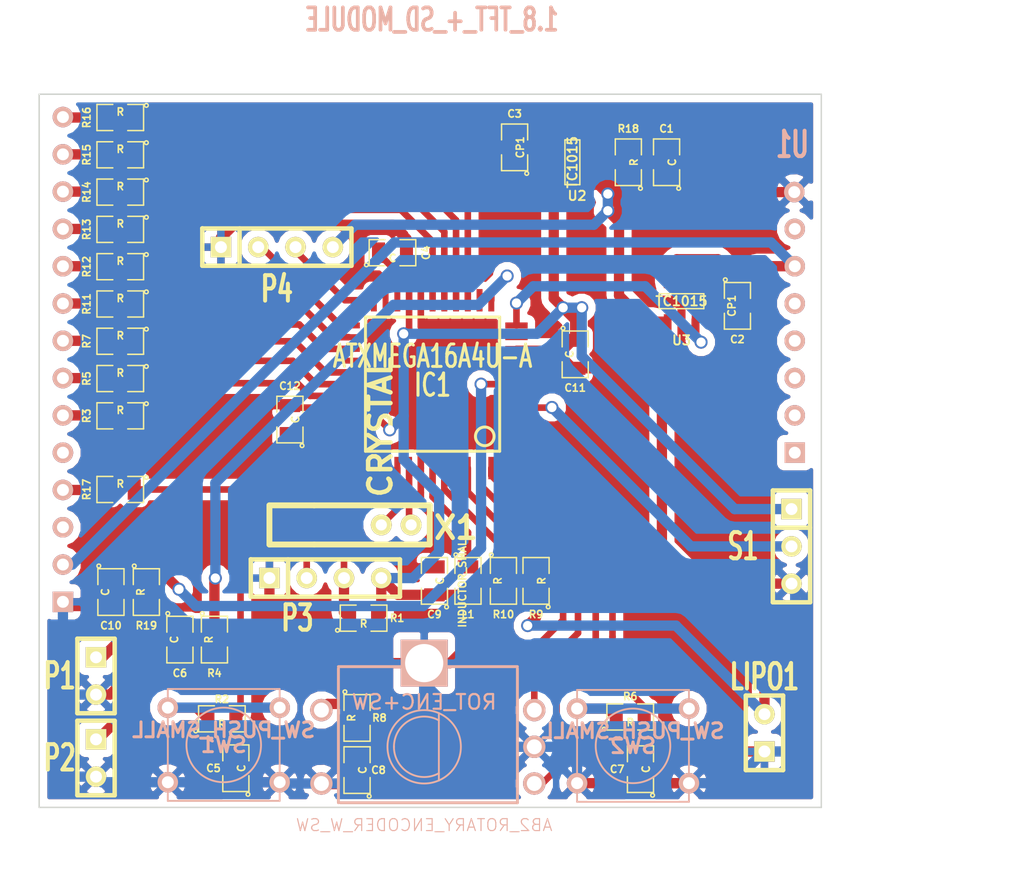
<source format=kicad_pcb>
(kicad_pcb (version 3) (host pcbnew "(2013-07-07 BZR 4022)-stable")
  (layers (15 Gorna signal) (0 Dolna signal))
  (net 0 "")
  (net 1 /ADC_LIPO)
  (net 2 /BACK_LIGHT)
  (net 3 /ENC_A)
  (net 4 /ENC_B)
  (net 5 /LCD_ON)
  (net 6 /LCD_refresh_rate)
  (net 7 /PDI)
  (net 8 /RX)
  (net 9 /SD_CS)
  (net 10 /SD_MISO)
  (net 11 /SD_MOSI)
  (net 12 /SD_SCK)
  (net 13 /SWITCH_C)
  (net 14 /SWITCH_L)
  (net 15 /SWITCH_R)
  (net 16 /TFT_CS)
  (net 17 /TFT_RS)
  (net 18 /TFT_RST)
  (net 19 /TFT_SCK)
  (net 20 /TFT_SDA)
  (net 21 /TX)
  (net 22 /V_LCD)
  (net 23 /kont_kadencja)
  (net 24 /kont_pred)
  (net 25 /reset)
  (net 26 GND)
  (net 27 N-0000010)
  (net 28 N-0000011)
  (net 29 N-0000013)
  (net 30 N-000002)
  (net 31 N-0000024)
  (net 32 N-0000030)
  (net 33 N-0000031)
  (net 34 N-0000032)
  (net 35 N-0000035)
  (net 36 N-0000038)
  (net 37 N-0000039)
  (net 38 N-000004)
  (net 39 N-0000040)
  (net 40 N-0000051)
  (net 41 N-000006)
  (net 42 N-0000061)
  (net 43 N-0000062)
  (net 44 N-000008)
  (net 45 N-000009)
  (net 46 VCC)
  (net 47 VDD)
  (module AB2_ROTARY_ENCODER_W_SWITCH (layer Dolna) (at 158.75 90.3605 270)
    (fp_text reference ROT_ENC1 hide)
    (fp_text value AB2_ROTARY_ENCODER_W_SW)
    (pad 1 thru_hole circle (at -2.5 -7.5 270) (size 1.524 1.524) (drill 1.016) (layers *.Cu *.Mask Opisowa_Dolna) (net 3 /ENC_A))
    (pad 2 thru_hole circle (at 0 -7.5 270) (size 1.524 1.524) (drill 1.016) (layers *.Cu *.Mask Opisowa_Dolna) (net 26 GND))
    (pad 3 thru_hole circle (at 2.5 -7.5 270) (size 1.524 1.524) (drill 1.016) (layers *.Cu *.Mask Opisowa_Dolna) (net 4 /ENC_B))
    (pad 4 thru_hole circle (at 2.5 7 270) (size 1.524 1.524) (drill 1.016) (layers *.Cu *.Mask Opisowa_Dolna) (net 26 GND))
    (pad 6 thru_hole circle (at -2.5 7 270) (size 1.524 1.524) (drill 1.016) (layers *.Cu *.Mask Opisowa_Dolna) (net 31 N-0000024))
    (pad 7 thru_hole rect (at -5.7 0 270) (size 3.2 3.2) (drill 2.6) (layers *.Cu *.Mask Opisowa_Dolna) (net 26 GND))
  )
  (module SIL-18 (layer Dolna) (at 159.258 61.468)
    (fp_text reference U1)
    (fp_text value 1.8_TFT_+_SD_MODULE)
    (pad L7 thru_hole circle (at 24.73325 -6.38175 90) (size 1.397 1.397) (drill 0.8128) (layers *.Cu *.Mask Opisowa_Dolna) (net 28 N-0000011))
    (pad L6 thru_hole circle (at 24.73325 -3.84175 90) (size 1.397 1.397) (drill 0.8128) (layers *.Cu *.Mask Opisowa_Dolna) (net 22 /V_LCD))
    (pad L5 thru_hole circle (at 24.73325 -1.30175 90) (size 1.397 1.397) (drill 0.8128) (layers *.Cu *.Mask Opisowa_Dolna) (net 29 N-0000013))
    (pad L4 thru_hole circle (at 24.73325 1.23825 90) (size 1.397 1.397) (drill 0.8128) (layers *.Cu *.Mask Opisowa_Dolna) (net 33 N-0000031))
    (pad L3 thru_hole circle (at 24.73325 3.77825 90) (size 1.397 1.397) (drill 0.8128) (layers *.Cu *.Mask Opisowa_Dolna) (net 34 N-0000032))
    (pad L2 thru_hole circle (at 24.73325 6.31825 90) (size 1.397 1.397) (drill 0.8128) (layers *.Cu *.Mask Opisowa_Dolna) (net 45 N-000009))
    (pad L1 thru_hole rect (at 24.73325 8.85825 90) (size 1.397 1.397) (drill 0.8128) (layers *.Cu *.Mask Opisowa_Dolna) (net 27 N-0000010))
    (pad 1 thru_hole rect (at -25.11425 19.01825 90) (size 1.397 1.397) (drill 0.8128) (layers *.Cu *.Mask Opisowa_Dolna) (net 26 GND))
    (pad 2 thru_hole circle (at -25.11425 16.47825 90) (size 1.397 1.397) (drill 0.8128) (layers *.Cu *.Mask Opisowa_Dolna) (net 22 /V_LCD))
    (pad 3 thru_hole circle (at -25.11425 13.93825 90) (size 1.397 1.397) (drill 0.8128) (layers *.Cu *.Mask Opisowa_Dolna))
    (pad 4 thru_hole circle (at -25.11425 11.39825 90) (size 1.397 1.397) (drill 0.8128) (layers *.Cu *.Mask Opisowa_Dolna) (net 28 N-0000011))
    (pad 5 thru_hole circle (at -25.11425 8.85825 90) (size 1.397 1.397) (drill 0.8128) (layers *.Cu *.Mask Opisowa_Dolna))
    (pad 6 thru_hole circle (at -25.11425 6.31825 90) (size 1.397 1.397) (drill 0.8128) (layers *.Cu *.Mask Opisowa_Dolna) (net 27 N-0000010))
    (pad 7 thru_hole circle (at -25.11425 3.77825 90) (size 1.397 1.397) (drill 0.8128) (layers *.Cu *.Mask Opisowa_Dolna) (net 34 N-0000032))
    (pad 8 thru_hole circle (at -25.11425 1.23825 90) (size 1.397 1.397) (drill 0.8128) (layers *.Cu *.Mask Opisowa_Dolna) (net 33 N-0000031))
    (pad 9 thru_hole circle (at -25.11425 -1.30175 90) (size 1.397 1.397) (drill 0.8128) (layers *.Cu *.Mask Opisowa_Dolna) (net 29 N-0000013))
    (pad 10 thru_hole circle (at -25.11425 -3.84175 90) (size 1.397 1.397) (drill 0.8128) (layers *.Cu *.Mask Opisowa_Dolna) (net 45 N-000009))
    (pad 11 thru_hole circle (at -25.11425 -6.38175 90) (size 1.397 1.397) (drill 0.8128) (layers *.Cu *.Mask Opisowa_Dolna) (net 30 N-000002))
    (pad 12 thru_hole circle (at -25.11425 -8.92175 90) (size 1.397 1.397) (drill 0.8128) (layers *.Cu *.Mask Opisowa_Dolna) (net 38 N-000004))
    (pad 13 thru_hole circle (at -25.11425 -11.46175 90) (size 1.397 1.397) (drill 0.8128) (layers *.Cu *.Mask Opisowa_Dolna) (net 41 N-000006))
    (pad 14 thru_hole circle (at -25.11425 -14.00175 90) (size 1.397 1.397) (drill 0.8128) (layers *.Cu *.Mask Opisowa_Dolna) (net 44 N-000008))
    (pad L8 thru_hole circle (at 24.7015 -8.89 90) (size 1.397 1.397) (drill 0.8128) (layers *.Cu *.Mask Opisowa_Dolna) (net 26 GND))
  )
  (module TQFP44 (layer Gorna) (at 159.3215 65.659 180)
    (fp_text reference IC1)
    (fp_text value ATXMEGA16A4U-A)
    (pad 39 smd rect (at 0 -5.715 180) (size 0.4064 1.524) (layers Gorna Pasty_Gorna Maski_Gorna) (net 36 N-0000038))
    (pad 40 smd rect (at -0.8001 -5.715 180) (size 0.4064 1.524) (layers Gorna Pasty_Gorna Maski_Gorna) (net 1 /ADC_LIPO))
    (pad 41 smd rect (at -1.6002 -5.715 180) (size 0.4064 1.524) (layers Gorna Pasty_Gorna Maski_Gorna))
    (pad 42 smd rect (at -2.4003 -5.715 180) (size 0.4064 1.524) (layers Gorna Pasty_Gorna Maski_Gorna) (net 13 /SWITCH_C))
    (pad 43 smd rect (at -3.2004 -5.715 180) (size 0.4064 1.524) (layers Gorna Pasty_Gorna Maski_Gorna) (net 3 /ENC_A))
    (pad 44 smd rect (at -4.0005 -5.715 180) (size 0.4064 1.524) (layers Gorna Pasty_Gorna Maski_Gorna) (net 4 /ENC_B))
    (pad 38 smd rect (at 0.8001 -5.715 180) (size 0.4064 1.524) (layers Gorna Pasty_Gorna Maski_Gorna) (net 26 GND))
    (pad 37 smd rect (at 1.6002 -5.715 180) (size 0.4064 1.524) (layers Gorna Pasty_Gorna Maski_Gorna) (net 39 N-0000040))
    (pad 36 smd rect (at 2.4003 -5.715 180) (size 0.4064 1.524) (layers Gorna Pasty_Gorna Maski_Gorna) (net 40 N-0000051))
    (pad 35 smd rect (at 3.2004 -5.715 180) (size 0.4064 1.524) (layers Gorna Pasty_Gorna Maski_Gorna) (net 25 /reset))
    (pad 34 smd rect (at 4.0005 -5.715 180) (size 0.4064 1.524) (layers Gorna Pasty_Gorna Maski_Gorna) (net 7 /PDI))
    (pad 17 smd rect (at 0 5.715 180) (size 0.4064 1.524) (layers Gorna Pasty_Gorna Maski_Gorna) (net 12 /SD_SCK))
    (pad 16 smd rect (at -0.8001 5.715 180) (size 0.4064 1.524) (layers Gorna Pasty_Gorna Maski_Gorna) (net 10 /SD_MISO))
    (pad 15 smd rect (at -1.6002 5.715 180) (size 0.4064 1.524) (layers Gorna Pasty_Gorna Maski_Gorna) (net 11 /SD_MOSI))
    (pad 14 smd rect (at -2.4003 5.715 180) (size 0.4064 1.524) (layers Gorna Pasty_Gorna Maski_Gorna) (net 9 /SD_CS))
    (pad 13 smd rect (at -3.2004 5.715 180) (size 0.4064 1.524) (layers Gorna Pasty_Gorna Maski_Gorna))
    (pad 12 smd rect (at -4.0005 5.715 180) (size 0.4064 1.524) (layers Gorna Pasty_Gorna Maski_Gorna) (net 24 /kont_pred))
    (pad 18 smd rect (at 0.8001 5.715 180) (size 0.4064 1.524) (layers Gorna Pasty_Gorna Maski_Gorna) (net 26 GND))
    (pad 19 smd rect (at 1.6002 5.715 180) (size 0.4064 1.524) (layers Gorna Pasty_Gorna Maski_Gorna) (net 46 VCC))
    (pad 20 smd rect (at 2.4003 5.715 180) (size 0.4064 1.524) (layers Gorna Pasty_Gorna Maski_Gorna))
    (pad 21 smd rect (at 3.2004 5.715 180) (size 0.4064 1.524) (layers Gorna Pasty_Gorna Maski_Gorna))
    (pad 22 smd rect (at 4.0005 5.715 180) (size 0.4064 1.524) (layers Gorna Pasty_Gorna Maski_Gorna) (net 8 /RX))
    (pad 6 smd rect (at -5.715 0 180) (size 1.524 0.4064) (layers Gorna Pasty_Gorna Maski_Gorna) (net 23 /kont_kadencja))
    (pad 28 smd rect (at 5.715 0 180) (size 1.524 0.4064) (layers Gorna Pasty_Gorna Maski_Gorna) (net 17 /TFT_RS))
    (pad 7 smd rect (at -5.715 0.8001 180) (size 1.524 0.4064) (layers Gorna Pasty_Gorna Maski_Gorna))
    (pad 27 smd rect (at 5.715 0.8001 180) (size 1.524 0.4064) (layers Gorna Pasty_Gorna Maski_Gorna) (net 20 /TFT_SDA))
    (pad 26 smd rect (at 5.715 1.6002 180) (size 1.524 0.4064) (layers Gorna Pasty_Gorna Maski_Gorna))
    (pad 8 smd rect (at -5.715 1.6002 180) (size 1.524 0.4064) (layers Gorna Pasty_Gorna Maski_Gorna) (net 26 GND))
    (pad 9 smd rect (at -5.715 2.4003 180) (size 1.524 0.4064) (layers Gorna Pasty_Gorna Maski_Gorna) (net 46 VCC))
    (pad 25 smd rect (at 5.715 2.4003 180) (size 1.524 0.4064) (layers Gorna Pasty_Gorna Maski_Gorna) (net 19 /TFT_SCK))
    (pad 24 smd rect (at 5.715 3.2004 180) (size 1.524 0.4064) (layers Gorna Pasty_Gorna Maski_Gorna) (net 16 /TFT_CS))
    (pad 10 smd rect (at -5.715 3.2004 180) (size 1.524 0.4064) (layers Gorna Pasty_Gorna Maski_Gorna))
    (pad 11 smd rect (at -5.715 4.0005 180) (size 1.524 0.4064) (layers Gorna Pasty_Gorna Maski_Gorna) (net 5 /LCD_ON))
    (pad 23 smd rect (at 5.715 4.0005 180) (size 1.524 0.4064) (layers Gorna Pasty_Gorna Maski_Gorna) (net 21 /TX))
    (pad 29 smd rect (at 5.715 -0.8001 180) (size 1.524 0.4064) (layers Gorna Pasty_Gorna Maski_Gorna) (net 18 /TFT_RST))
    (pad 5 smd rect (at -5.715 -0.8001 180) (size 1.524 0.4064) (layers Gorna Pasty_Gorna Maski_Gorna))
    (pad 4 smd rect (at -5.715 -1.6002 180) (size 1.524 0.4064) (layers Gorna Pasty_Gorna Maski_Gorna) (net 6 /LCD_refresh_rate))
    (pad 30 smd rect (at 5.715 -1.6002 180) (size 1.524 0.4064) (layers Gorna Pasty_Gorna Maski_Gorna) (net 26 GND))
    (pad 31 smd rect (at 5.715 -2.4003 180) (size 1.524 0.4064) (layers Gorna Pasty_Gorna Maski_Gorna) (net 46 VCC))
    (pad 3 smd rect (at -5.715 -2.4003 180) (size 1.524 0.4064) (layers Gorna Pasty_Gorna Maski_Gorna))
    (pad 2 smd rect (at -5.715 -3.2004 180) (size 1.524 0.4064) (layers Gorna Pasty_Gorna Maski_Gorna))
    (pad 32 smd rect (at 5.715 -3.2004 180) (size 1.524 0.4064) (layers Gorna Pasty_Gorna Maski_Gorna) (net 2 /BACK_LIGHT))
    (pad 33 smd rect (at 5.715 -4.0005 180) (size 1.524 0.4064) (layers Gorna Pasty_Gorna Maski_Gorna) (net 14 /SWITCH_L))
    (pad 1 smd rect (at -5.715 -4.0005 180) (size 1.524 0.4064) (layers Gorna Pasty_Gorna Maski_Gorna) (net 15 /SWITCH_R))
  )
  (module SOT23-5 (layer Gorna) (at 176.276 60.0075)
    (fp_text reference U3)
    (fp_text value TC1015)
    (pad 1 smd rect (at -0.9525 1.27) (size 0.508 0.762) (layers Gorna Pasty_Gorna Maski_Gorna) (net 47 VDD))
    (pad 3 smd rect (at 0.9525 1.27) (size 0.508 0.762) (layers Gorna Pasty_Gorna Maski_Gorna) (net 5 /LCD_ON))
    (pad 5 smd rect (at -0.9525 -1.27) (size 0.508 0.762) (layers Gorna Pasty_Gorna Maski_Gorna) (net 22 /V_LCD))
    (pad 2 smd rect (at 0 1.27) (size 0.508 0.762) (layers Gorna Pasty_Gorna Maski_Gorna) (net 26 GND))
    (pad 4 smd rect (at 0.9525 -1.27) (size 0.508 0.762) (layers Gorna Pasty_Gorna Maski_Gorna))
  )
  (module SOT23-5 (layer Gorna) (at 168.8465 50.546 90)
    (fp_text reference U2)
    (fp_text value TC1015)
    (pad 1 smd rect (at -0.9525 1.27 90) (size 0.508 0.762) (layers Gorna Pasty_Gorna Maski_Gorna) (net 47 VDD))
    (pad 3 smd rect (at 0.9525 1.27 90) (size 0.508 0.762) (layers Gorna Pasty_Gorna Maski_Gorna) (net 35 N-0000035))
    (pad 5 smd rect (at -0.9525 -1.27 90) (size 0.508 0.762) (layers Gorna Pasty_Gorna Maski_Gorna) (net 46 VCC))
    (pad 2 smd rect (at 0 1.27 90) (size 0.508 0.762) (layers Gorna Pasty_Gorna Maski_Gorna) (net 26 GND))
    (pad 4 smd rect (at 0.9525 -1.27 90) (size 0.508 0.762) (layers Gorna Pasty_Gorna Maski_Gorna))
  )
  (module HC-49V (layer Gorna) (at 156.845 70.358 270)
    (fp_text reference X1)
    (fp_text value CRYSTAL)
    (pad 1 thru_hole circle (at 4.8895 1.016 270) (size 1.4224 1.4224) (drill 0.762) (layers *.Cu *.Mask Opisowa_Gorna) (net 40 N-0000051))
    (pad 2 thru_hole circle (at 4.8895 -1.016 270) (size 1.4224 1.4224) (drill 0.762) (layers *.Cu *.Mask Opisowa_Gorna) (net 39 N-0000040))
  )
  (module SIL-2 (layer Gorna) (at 181.9275 89.408 90)
    (fp_text reference LIPO1)
    (fp_text value CONN_2 hide)
    (pad 1 thru_hole rect (at -1.27 0 90) (size 1.397 1.397) (drill 0.8128) (layers *.Cu *.Mask Opisowa_Gorna) (net 26 GND))
    (pad 2 thru_hole circle (at 1.27 0 90) (size 1.397 1.397) (drill 0.8128) (layers *.Cu *.Mask Opisowa_Gorna) (net 47 VDD))
  )
  (module SW_PUSH_SMALL (layer Dolna) (at 172.974 90.297)
    (fp_text reference SW2)
    (fp_text value SW_PUSH_SMALL)
    (pad 1 thru_hole circle (at 3.81 2.54) (size 1.397 1.397) (drill 0.8128) (layers *.Cu *.Mask Opisowa_Dolna) (net 26 GND))
    (pad 2 thru_hole circle (at 3.81 -2.54) (size 1.397 1.397) (drill 0.8128) (layers *.Cu *.Mask Opisowa_Dolna) (net 43 N-0000062))
    (pad 1 thru_hole circle (at -3.81 2.54) (size 1.397 1.397) (drill 0.8128) (layers *.Cu *.Mask Opisowa_Dolna) (net 26 GND))
    (pad 2 thru_hole circle (at -3.81 -2.54) (size 1.397 1.397) (drill 0.8128) (layers *.Cu *.Mask Opisowa_Dolna) (net 43 N-0000062))
  )
  (module SW_PUSH_SMALL (layer Dolna) (at 145.0975 90.2335)
    (fp_text reference SW1)
    (fp_text value SW_PUSH_SMALL)
    (pad 1 thru_hole circle (at 3.81 2.54) (size 1.397 1.397) (drill 0.8128) (layers *.Cu *.Mask Opisowa_Dolna) (net 26 GND))
    (pad 2 thru_hole circle (at 3.81 -2.54) (size 1.397 1.397) (drill 0.8128) (layers *.Cu *.Mask Opisowa_Dolna) (net 42 N-0000061))
    (pad 1 thru_hole circle (at -3.81 2.54) (size 1.397 1.397) (drill 0.8128) (layers *.Cu *.Mask Opisowa_Dolna) (net 26 GND))
    (pad 2 thru_hole circle (at -3.81 -2.54) (size 1.397 1.397) (drill 0.8128) (layers *.Cu *.Mask Opisowa_Dolna) (net 42 N-0000061))
  )
  (module SIL-4 (layer Gorna) (at 152.019 78.867)
    (fp_text reference P3)
    (fp_text value CONN_4 hide)
    (pad 1 thru_hole rect (at -3.81 0) (size 1.397 1.397) (drill 0.8128) (layers *.Cu *.Mask Opisowa_Gorna) (net 26 GND))
    (pad 2 thru_hole circle (at -1.27 0) (size 1.397 1.397) (drill 0.8128) (layers *.Cu *.Mask Opisowa_Gorna) (net 7 /PDI))
    (pad 3 thru_hole circle (at 1.27 0) (size 1.397 1.397) (drill 0.8128) (layers *.Cu *.Mask Opisowa_Gorna) (net 25 /reset))
    (pad 4 thru_hole circle (at 3.81 0) (size 1.397 1.397) (drill 0.8128) (layers *.Cu *.Mask Opisowa_Gorna) (net 46 VCC))
  )
  (module SIL-4 (layer Gorna) (at 148.717 56.3245)
    (fp_text reference P4)
    (fp_text value CONN_4 hide)
    (pad 1 thru_hole rect (at -3.81 0) (size 1.397 1.397) (drill 0.8128) (layers *.Cu *.Mask Opisowa_Gorna) (net 26 GND))
    (pad 2 thru_hole circle (at -1.27 0) (size 1.397 1.397) (drill 0.8128) (layers *.Cu *.Mask Opisowa_Gorna) (net 21 /TX))
    (pad 3 thru_hole circle (at 1.27 0) (size 1.397 1.397) (drill 0.8128) (layers *.Cu *.Mask Opisowa_Gorna) (net 8 /RX))
    (pad 4 thru_hole circle (at 3.81 0) (size 1.397 1.397) (drill 0.8128) (layers *.Cu *.Mask Opisowa_Gorna) (net 47 VDD))
  )
  (module SIL-3 (layer Gorna) (at 183.769 76.708 270)
    (fp_text reference S1)
    (fp_text value AB2_SWITCH_SLIDE hide)
    (pad 1 thru_hole rect (at -2.54 0 270) (size 1.397 1.397) (drill 0.8128) (layers *.Cu *.Mask Opisowa_Gorna) (net 46 VCC))
    (pad C thru_hole circle (at 0 0 270) (size 1.397 1.397) (drill 0.8128) (layers *.Cu *.Mask Opisowa_Gorna) (net 6 /LCD_refresh_rate))
    (pad 2 thru_hole circle (at 2.54 0 270) (size 1.397 1.397) (drill 0.8128) (layers *.Cu *.Mask Opisowa_Gorna) (net 26 GND))
  )
  (module SIL-2 (layer Gorna) (at 136.398 85.5345 270)
    (fp_text reference P1)
    (fp_text value CONN_2 hide)
    (pad 1 thru_hole rect (at -1.27 0 270) (size 1.397 1.397) (drill 0.8128) (layers *.Cu *.Mask Opisowa_Gorna) (net 32 N-0000030))
    (pad 2 thru_hole circle (at 1.27 0 270) (size 1.397 1.397) (drill 0.8128) (layers *.Cu *.Mask Opisowa_Gorna) (net 26 GND))
  )
  (module SIL-2 (layer Gorna) (at 136.398 91.1225 270)
    (fp_text reference P2)
    (fp_text value CONN_2 hide)
    (pad 1 thru_hole rect (at -1.27 0 270) (size 1.397 1.397) (drill 0.8128) (layers *.Cu *.Mask Opisowa_Gorna) (net 37 N-0000039))
    (pad 2 thru_hole circle (at 1.27 0 270) (size 1.397 1.397) (drill 0.8128) (layers *.Cu *.Mask Opisowa_Gorna) (net 26 GND))
  )
  (module SM0805_my (layer Gorna) (at 138.049 47.498 180)
    (fp_text reference R16)
    (fp_text value R)
    (pad 1 smd rect (at -0.9525 0 180) (size 0.889 1.397) (layers Gorna Pasty_Gorna Maski_Gorna) (net 9 /SD_CS))
    (pad 2 smd rect (at 0.9525 0 180) (size 0.889 1.397) (layers Gorna Pasty_Gorna Maski_Gorna) (net 44 N-000008))
  )
  (module SM0805_my (layer Gorna) (at 138.049 50.038 180)
    (fp_text reference R15)
    (fp_text value R)
    (pad 1 smd rect (at -0.9525 0 180) (size 0.889 1.397) (layers Gorna Pasty_Gorna Maski_Gorna) (net 11 /SD_MOSI))
    (pad 2 smd rect (at 0.9525 0 180) (size 0.889 1.397) (layers Gorna Pasty_Gorna Maski_Gorna) (net 41 N-000006))
  )
  (module SM0805_my (layer Gorna) (at 138.049 52.578 180)
    (fp_text reference R14)
    (fp_text value R)
    (pad 1 smd rect (at -0.9525 0 180) (size 0.889 1.397) (layers Gorna Pasty_Gorna Maski_Gorna) (net 10 /SD_MISO))
    (pad 2 smd rect (at 0.9525 0 180) (size 0.889 1.397) (layers Gorna Pasty_Gorna Maski_Gorna) (net 38 N-000004))
  )
  (module SM0805_my (layer Gorna) (at 138.049 55.118 180)
    (fp_text reference R13)
    (fp_text value R)
    (pad 1 smd rect (at -0.9525 0 180) (size 0.889 1.397) (layers Gorna Pasty_Gorna Maski_Gorna) (net 12 /SD_SCK))
    (pad 2 smd rect (at 0.9525 0 180) (size 0.889 1.397) (layers Gorna Pasty_Gorna Maski_Gorna) (net 30 N-000002))
  )
  (module SM0805_my (layer Gorna) (at 138.049 57.658 180)
    (fp_text reference R12)
    (fp_text value R)
    (pad 1 smd rect (at -0.9525 0 180) (size 0.889 1.397) (layers Gorna Pasty_Gorna Maski_Gorna) (net 16 /TFT_CS))
    (pad 2 smd rect (at 0.9525 0 180) (size 0.889 1.397) (layers Gorna Pasty_Gorna Maski_Gorna) (net 45 N-000009))
  )
  (module SM0805_my (layer Gorna) (at 138.049 60.198 180)
    (fp_text reference R11)
    (fp_text value R)
    (pad 1 smd rect (at -0.9525 0 180) (size 0.889 1.397) (layers Gorna Pasty_Gorna Maski_Gorna) (net 19 /TFT_SCK))
    (pad 2 smd rect (at 0.9525 0 180) (size 0.889 1.397) (layers Gorna Pasty_Gorna Maski_Gorna) (net 29 N-0000013))
  )
  (module SM0805_my (layer Gorna) (at 138.049 62.738 180)
    (fp_text reference R7)
    (fp_text value R)
    (pad 1 smd rect (at -0.9525 0 180) (size 0.889 1.397) (layers Gorna Pasty_Gorna Maski_Gorna) (net 20 /TFT_SDA))
    (pad 2 smd rect (at 0.9525 0 180) (size 0.889 1.397) (layers Gorna Pasty_Gorna Maski_Gorna) (net 33 N-0000031))
  )
  (module SM0805_my (layer Gorna) (at 138.049 65.278 180)
    (fp_text reference R5)
    (fp_text value R)
    (pad 1 smd rect (at -0.9525 0 180) (size 0.889 1.397) (layers Gorna Pasty_Gorna Maski_Gorna) (net 17 /TFT_RS))
    (pad 2 smd rect (at 0.9525 0 180) (size 0.889 1.397) (layers Gorna Pasty_Gorna Maski_Gorna) (net 34 N-0000032))
  )
  (module SM0805_my (layer Gorna) (at 138.049 67.818 180)
    (fp_text reference R3)
    (fp_text value R)
    (pad 1 smd rect (at -0.9525 0 180) (size 0.889 1.397) (layers Gorna Pasty_Gorna Maski_Gorna) (net 18 /TFT_RST))
    (pad 2 smd rect (at 0.9525 0 180) (size 0.889 1.397) (layers Gorna Pasty_Gorna Maski_Gorna) (net 27 N-0000010))
  )
  (module SM0805_my (layer Gorna) (at 138.049 72.8345 180)
    (fp_text reference R17)
    (fp_text value R)
    (pad 1 smd rect (at -0.9525 0 180) (size 0.889 1.397) (layers Gorna Pasty_Gorna Maski_Gorna) (net 2 /BACK_LIGHT))
    (pad 2 smd rect (at 0.9525 0 180) (size 0.889 1.397) (layers Gorna Pasty_Gorna Maski_Gorna) (net 28 N-0000011))
  )
  (module SM0805_my (layer Gorna) (at 137.414 79.8195 270)
    (fp_text reference C10)
    (fp_text value C)
    (pad 1 smd rect (at -0.9525 0 270) (size 0.889 1.397) (layers Gorna Pasty_Gorna Maski_Gorna) (net 23 /kont_kadencja))
    (pad 2 smd rect (at 0.9525 0 270) (size 0.889 1.397) (layers Gorna Pasty_Gorna Maski_Gorna) (net 26 GND))
  )
  (module SM0805_my (layer Gorna) (at 139.827 79.8195 270)
    (fp_text reference R19)
    (fp_text value R)
    (pad 1 smd rect (at -0.9525 0 270) (size 0.889 1.397) (layers Gorna Pasty_Gorna Maski_Gorna) (net 23 /kont_kadencja))
    (pad 2 smd rect (at 0.9525 0 270) (size 0.889 1.397) (layers Gorna Pasty_Gorna Maski_Gorna) (net 32 N-0000030))
  )
  (module SM0805_my (layer Gorna) (at 142.113 83.058 270)
    (fp_text reference C6)
    (fp_text value C)
    (pad 1 smd rect (at -0.9525 0 270) (size 0.889 1.397) (layers Gorna Pasty_Gorna Maski_Gorna) (net 24 /kont_pred))
    (pad 2 smd rect (at 0.9525 0 270) (size 0.889 1.397) (layers Gorna Pasty_Gorna Maski_Gorna) (net 26 GND))
  )
  (module SM0805_my (layer Gorna) (at 144.4625 83.058 270)
    (fp_text reference R4)
    (fp_text value R)
    (pad 1 smd rect (at -0.9525 0 270) (size 0.889 1.397) (layers Gorna Pasty_Gorna Maski_Gorna) (net 24 /kont_pred))
    (pad 2 smd rect (at 0.9525 0 270) (size 0.889 1.397) (layers Gorna Pasty_Gorna Maski_Gorna) (net 37 N-0000039))
  )
  (module SM0805_my (layer Gorna) (at 144.9705 88.4555)
    (fp_text reference R2)
    (fp_text value R)
    (pad 1 smd rect (at -0.9525 0) (size 0.889 1.397) (layers Gorna Pasty_Gorna Maski_Gorna) (net 42 N-0000061))
    (pad 2 smd rect (at 0.9525 0) (size 0.889 1.397) (layers Gorna Pasty_Gorna Maski_Gorna) (net 14 /SWITCH_L))
  )
  (module SM0805_my (layer Gorna) (at 145.923 91.821 90)
    (fp_text reference C5)
    (fp_text value C)
    (pad 1 smd rect (at -0.9525 0 90) (size 0.889 1.397) (layers Gorna Pasty_Gorna Maski_Gorna) (net 26 GND))
    (pad 2 smd rect (at 0.9525 0 90) (size 0.889 1.397) (layers Gorna Pasty_Gorna Maski_Gorna) (net 14 /SWITCH_L))
  )
  (module SM0805_my (layer Gorna) (at 154.178 88.392 270)
    (fp_text reference R8)
    (fp_text value R)
    (pad 1 smd rect (at -0.9525 0 270) (size 0.889 1.397) (layers Gorna Pasty_Gorna Maski_Gorna) (net 31 N-0000024))
    (pad 2 smd rect (at 0.9525 0 270) (size 0.889 1.397) (layers Gorna Pasty_Gorna Maski_Gorna) (net 13 /SWITCH_C))
  )
  (module SM0805_my (layer Gorna) (at 154.178 91.948 90)
    (fp_text reference C8)
    (fp_text value C)
    (pad 1 smd rect (at -0.9525 0 90) (size 0.889 1.397) (layers Gorna Pasty_Gorna Maski_Gorna) (net 26 GND))
    (pad 2 smd rect (at 0.9525 0 90) (size 0.889 1.397) (layers Gorna Pasty_Gorna Maski_Gorna) (net 13 /SWITCH_C))
  )
  (module SM0805_my (layer Gorna) (at 172.7835 88.3285)
    (fp_text reference R6)
    (fp_text value R)
    (pad 1 smd rect (at -0.9525 0) (size 0.889 1.397) (layers Gorna Pasty_Gorna Maski_Gorna) (net 43 N-0000062))
    (pad 2 smd rect (at 0.9525 0) (size 0.889 1.397) (layers Gorna Pasty_Gorna Maski_Gorna) (net 15 /SWITCH_R))
  )
  (module SM0805_my (layer Gorna) (at 173.482 91.8845 90)
    (fp_text reference C7)
    (fp_text value C)
    (pad 1 smd rect (at -0.9525 0 90) (size 0.889 1.397) (layers Gorna Pasty_Gorna Maski_Gorna) (net 26 GND))
    (pad 2 smd rect (at 0.9525 0 90) (size 0.889 1.397) (layers Gorna Pasty_Gorna Maski_Gorna) (net 15 /SWITCH_R))
  )
  (module SM0805_my (layer Gorna) (at 154.6225 81.5975)
    (fp_text reference R1)
    (fp_text value R)
    (pad 1 smd rect (at -0.9525 0) (size 0.889 1.397) (layers Gorna Pasty_Gorna Maski_Gorna) (net 25 /reset))
    (pad 2 smd rect (at 0.9525 0) (size 0.889 1.397) (layers Gorna Pasty_Gorna Maski_Gorna) (net 46 VCC))
  )
  (module SM0805_my (layer Gorna) (at 159.4485 79.0575 90)
    (fp_text reference C9)
    (fp_text value C)
    (pad 1 smd rect (at -0.9525 0 90) (size 0.889 1.397) (layers Gorna Pasty_Gorna Maski_Gorna) (net 46 VCC))
    (pad 2 smd rect (at 0.9525 0 90) (size 0.889 1.397) (layers Gorna Pasty_Gorna Maski_Gorna) (net 26 GND))
  )
  (module SM0805_my (layer Gorna) (at 161.7345 79.0575 270)
    (fp_text reference L1)
    (fp_text value INDUCTOR_SMALL)
    (pad 1 smd rect (at -0.9525 0 270) (size 0.889 1.397) (layers Gorna Pasty_Gorna Maski_Gorna) (net 36 N-0000038))
    (pad 2 smd rect (at 0.9525 0 270) (size 0.889 1.397) (layers Gorna Pasty_Gorna Maski_Gorna) (net 46 VCC))
  )
  (module SM0805_my (layer Gorna) (at 164.1475 79.0575 270)
    (fp_text reference R10)
    (fp_text value R)
    (pad 1 smd rect (at -0.9525 0 270) (size 0.889 1.397) (layers Gorna Pasty_Gorna Maski_Gorna) (net 1 /ADC_LIPO))
    (pad 2 smd rect (at 0.9525 0 270) (size 0.889 1.397) (layers Gorna Pasty_Gorna Maski_Gorna) (net 26 GND))
  )
  (module SM0805_my (layer Gorna) (at 166.37 79.0575 90)
    (fp_text reference R9)
    (fp_text value R)
    (pad 1 smd rect (at -0.9525 0 90) (size 0.889 1.397) (layers Gorna Pasty_Gorna Maski_Gorna) (net 47 VDD))
    (pad 2 smd rect (at 0.9525 0 90) (size 0.889 1.397) (layers Gorna Pasty_Gorna Maski_Gorna) (net 1 /ADC_LIPO))
  )
  (module SM0805_my (layer Gorna) (at 149.606 68.072 90)
    (fp_text reference C12)
    (fp_text value C)
    (pad 1 smd rect (at -0.9525 0 90) (size 0.889 1.397) (layers Gorna Pasty_Gorna Maski_Gorna) (net 46 VCC))
    (pad 2 smd rect (at 0.9525 0 90) (size 0.889 1.397) (layers Gorna Pasty_Gorna Maski_Gorna) (net 26 GND))
  )
  (module SM0805_my (layer Gorna) (at 169.037 63.627 270)
    (fp_text reference C11)
    (fp_text value C)
    (pad 1 smd rect (at -0.9525 0 270) (size 0.889 1.397) (layers Gorna Pasty_Gorna Maski_Gorna) (net 46 VCC))
    (pad 2 smd rect (at 0.9525 0 270) (size 0.889 1.397) (layers Gorna Pasty_Gorna Maski_Gorna) (net 26 GND))
  )
  (module SM0805_my (layer Gorna) (at 180.086 60.325 270)
    (fp_text reference C2)
    (fp_text value CP1)
    (pad 1 smd rect (at -0.9525 0 270) (size 0.889 1.397) (layers Gorna Pasty_Gorna Maski_Gorna) (net 22 /V_LCD))
    (pad 2 smd rect (at 0.9525 0 270) (size 0.889 1.397) (layers Gorna Pasty_Gorna Maski_Gorna) (net 26 GND))
  )
  (module SM0805_my (layer Gorna) (at 156.591 56.7055)
    (fp_text reference C4)
    (fp_text value C)
    (pad 1 smd rect (at -0.9525 0) (size 0.889 1.397) (layers Gorna Pasty_Gorna Maski_Gorna) (net 46 VCC))
    (pad 2 smd rect (at 0.9525 0) (size 0.889 1.397) (layers Gorna Pasty_Gorna Maski_Gorna) (net 26 GND))
  )
  (module SM0805_my (layer Gorna) (at 164.9095 49.53 90)
    (fp_text reference C3)
    (fp_text value CP1)
    (pad 1 smd rect (at -0.9525 0 90) (size 0.889 1.397) (layers Gorna Pasty_Gorna Maski_Gorna) (net 46 VCC))
    (pad 2 smd rect (at 0.9525 0 90) (size 0.889 1.397) (layers Gorna Pasty_Gorna Maski_Gorna) (net 26 GND))
  )
  (module SM0805_my (layer Gorna) (at 172.6565 50.546 90)
    (fp_text reference R18)
    (fp_text value R)
    (pad 1 smd rect (at -0.9525 0 90) (size 0.889 1.397) (layers Gorna Pasty_Gorna Maski_Gorna) (net 47 VDD))
    (pad 2 smd rect (at 0.9525 0 90) (size 0.889 1.397) (layers Gorna Pasty_Gorna Maski_Gorna) (net 35 N-0000035))
  )
  (module SM0805_my (layer Gorna) (at 175.26 50.546 90)
    (fp_text reference C1)
    (fp_text value C)
    (pad 1 smd rect (at -0.9525 0 90) (size 0.889 1.397) (layers Gorna Pasty_Gorna Maski_Gorna) (net 47 VDD))
    (pad 2 smd rect (at 0.9525 0 90) (size 0.889 1.397) (layers Gorna Pasty_Gorna Maski_Gorna) (net 26 GND))
  )
  (segment (start 164.1475 78.105) (end 166.37 78.105) (width 0.7) (layer Gorna) (net 1))
  (segment (start 160.1216 71.374) (end 160.1216 72.8091) (width 0.45) (layer Gorna) (net 1))
  (segment (start 164.1475 76.835) (end 164.1475 78.105) (width 0.45) (layer Gorna) (net 1))
  (segment (start 160.1216 72.8091) (end 164.1475 76.835) (width 0.45) (layer Gorna) (net 1))
  (segment (start 153.6065 68.8594) (end 152.2476 68.8594) (width 0.45) (layer Gorna) (net 2))
  (segment (start 148.2725 72.8345) (end 139.0015 72.8345) (width 0.45) (layer Gorna) (net 2))
  (segment (start 152.2476 68.8594) (end 148.2725 72.8345) (width 0.45) (layer Gorna) (net 2))
  (segment (start 166.25 87.8605) (end 166.25 85.591) (width 0.45) (layer Gorna) (net 3))
  (segment (start 166.25 85.591) (end 169.2275 82.6135) (width 0.45) (layer Gorna) (net 3))
  (segment (start 164.338 74.295) (end 165.1 75.057) (width 0.45) (layer Gorna) (net 3))
  (segment (start 165.1 75.057) (end 167.5765 75.057) (width 0.45) (layer Gorna) (net 3))
  (segment (start 167.5765 75.057) (end 169.2275 76.708) (width 0.45) (layer Gorna) (net 3))
  (segment (start 169.2275 76.708) (end 169.2275 82.6135) (width 0.45) (layer Gorna) (net 3))
  (segment (start 162.5219 71.374) (end 162.5219 72.4789) (width 0.45) (layer Gorna) (net 3))
  (segment (start 162.5219 72.4789) (end 164.338 74.295) (width 0.45) (layer Gorna) (net 3))
  (segment (start 163.322 71.374) (end 163.322 71.882) (width 0.45) (layer Gorna) (net 4))
  (segment (start 165.4175 73.9775) (end 168.275 73.9775) (width 0.45) (layer Gorna) (net 4))
  (segment (start 163.322 71.882) (end 165.4175 73.9775) (width 0.45) (layer Gorna) (net 4))
  (segment (start 166.25 92.8605) (end 166.791 92.8605) (width 0.45) (layer Gorna) (net 4))
  (segment (start 170.434 76.1365) (end 168.275 73.9775) (width 0.45) (layer Gorna) (net 4))
  (segment (start 170.434 83.058) (end 170.434 76.1365) (width 0.45) (layer Gorna) (net 4))
  (segment (start 167.767 85.725) (end 170.434 83.058) (width 0.45) (layer Gorna) (net 4))
  (segment (start 167.767 91.8845) (end 167.767 85.725) (width 0.45) (layer Gorna) (net 4))
  (segment (start 166.791 92.8605) (end 167.767 91.8845) (width 0.45) (layer Gorna) (net 4))
  (segment (start 165.0365 61.6585) (end 165.0365 60.1345) (width 0.45) (layer Gorna) (net 5))
  (segment (start 167.132 58.9915) (end 166.1795 58.9915) (width 0.7) (layer Dolna) (net 5))
  (via (at 165.0365 60.1345) (size 0.889) (layers Gorna Dolna) (net 5))
  (segment (start 166.1795 58.9915) (end 165.0365 60.1345) (width 0.7) (layer Dolna) (net 5))
  (segment (start 177.2285 61.2775) (end 177.2285 62.4205) (width 0.55) (layer Gorna) (net 5))
  (segment (start 177.2285 62.4205) (end 177.6095 62.8015) (width 0.55) (layer Gorna) (net 5))
  (segment (start 167.132 58.9915) (end 173.7995 58.9915) (width 0.7) (layer Dolna) (net 5))
  (segment (start 173.7995 58.9915) (end 177.6095 62.8015) (width 0.7) (layer Dolna) (net 5))
  (via (at 177.6095 62.8015) (size 0.889) (layers Gorna Dolna) (net 5))
  (segment (start 177.6095 62.8015) (end 177.2285 62.4205) (width 0.45) (layer Gorna) (net 5))
  (segment (start 167.4368 67.2592) (end 165.0365 67.2592) (width 0.45) (layer Gorna) (net 6))
  (segment (start 167.4495 67.2465) (end 167.4368 67.2592) (width 0.45) (layer Gorna) (net 6))
  (segment (start 183.769 76.708) (end 176.911 76.708) (width 0.7) (layer Dolna) (net 6))
  (segment (start 176.911 76.708) (end 167.4495 67.2465) (width 0.7) (layer Dolna) (net 6))
  (via (at 167.4495 67.2465) (size 0.889) (layers Gorna Dolna) (net 6))
  (segment (start 176.911 76.708) (end 167.4495 67.2465) (width 0.45) (layer Dolna) (net 6))
  (segment (start 150.749 78.867) (end 150.749 76.327) (width 0.45) (layer Gorna) (net 7))
  (segment (start 155.321 71.755) (end 155.321 71.374) (width 0.45) (layer Gorna) (net 7))
  (segment (start 150.749 76.327) (end 155.321 71.755) (width 0.45) (layer Gorna) (net 7))
  (segment (start 149.987 56.3245) (end 149.987 56.5785) (width 0.45) (layer Gorna) (net 8))
  (segment (start 153.3525 59.944) (end 155.321 59.944) (width 0.45) (layer Gorna) (net 8))
  (segment (start 149.987 56.5785) (end 153.3525 59.944) (width 0.45) (layer Gorna) (net 8))
  (segment (start 161.7218 59.944) (end 161.7218 53.5813) (width 0.45) (layer Gorna) (net 9))
  (segment (start 139.065 47.498) (end 139.0015 47.498) (width 0.45) (layer Gorna) (net 9))
  (segment (start 141.4145 49.8475) (end 139.065 47.498) (width 0.45) (layer Gorna) (net 9))
  (segment (start 157.988 49.8475) (end 141.4145 49.8475) (width 0.45) (layer Gorna) (net 9))
  (segment (start 161.7218 53.5813) (end 157.988 49.8475) (width 0.45) (layer Gorna) (net 9))
  (segment (start 160.1216 55.372) (end 160.1216 55.2831) (width 0.45) (layer Gorna) (net 10))
  (segment (start 160.1216 59.944) (end 160.1216 55.372) (width 0.45) (layer Gorna) (net 10))
  (segment (start 160.1216 55.2831) (end 157.607 52.7685) (width 0.45) (layer Gorna) (net 10))
  (segment (start 157.607 52.7685) (end 139.192 52.7685) (width 0.45) (layer Gorna) (net 10))
  (segment (start 139.192 52.7685) (end 139.0015 52.578) (width 0.45) (layer Gorna) (net 10))
  (segment (start 160.9217 59.944) (end 160.9217 54.4957) (width 0.45) (layer Gorna) (net 11))
  (segment (start 160.9217 54.4957) (end 157.861 51.435) (width 0.45) (layer Gorna) (net 11))
  (segment (start 139.573 50.038) (end 139.0015 50.038) (width 0.45) (layer Gorna) (net 11))
  (segment (start 140.97 51.435) (end 139.573 50.038) (width 0.45) (layer Gorna) (net 11))
  (segment (start 157.861 51.435) (end 140.97 51.435) (width 0.45) (layer Gorna) (net 11))
  (segment (start 139.0015 55.118) (end 139.827 55.118) (width 0.45) (layer Gorna) (net 12))
  (segment (start 141.1605 53.7845) (end 144.2085 53.7845) (width 0.45) (layer Gorna) (net 12))
  (segment (start 139.827 55.118) (end 141.1605 53.7845) (width 0.45) (layer Gorna) (net 12))
  (segment (start 159.3215 59.944) (end 159.3215 55.9435) (width 0.45) (layer Gorna) (net 12))
  (segment (start 144.2085 53.7845) (end 157.1625 53.7845) (width 0.45) (layer Gorna) (net 12))
  (segment (start 157.1625 53.7845) (end 159.3215 55.9435) (width 0.45) (layer Gorna) (net 12))
  (segment (start 154.178 90.9955) (end 154.178 89.3445) (width 0.7) (layer Gorna) (net 13))
  (segment (start 161.7218 71.374) (end 161.7218 73.0123) (width 0.45) (layer Gorna) (net 13))
  (segment (start 166.8145 76.073) (end 167.386 76.6445) (width 0.45) (layer Gorna) (net 13))
  (segment (start 164.7825 76.073) (end 166.8145 76.073) (width 0.45) (layer Gorna) (net 13))
  (segment (start 161.7218 73.0123) (end 164.7825 76.073) (width 0.45) (layer Gorna) (net 13))
  (segment (start 160.5915 89.3445) (end 154.178 89.3445) (width 0.45) (layer Gorna) (net 13))
  (segment (start 167.386 76.6445) (end 168.2115 77.47) (width 0.45) (layer Gorna) (net 13))
  (segment (start 168.2115 77.47) (end 168.2115 81.7245) (width 0.45) (layer Gorna) (net 13))
  (segment (start 168.2115 81.7245) (end 160.5915 89.3445) (width 0.45) (layer Gorna) (net 13))
  (segment (start 153.6065 69.6595) (end 153.162 69.6595) (width 0.45) (layer Gorna) (net 14))
  (segment (start 146.2405 88.138) (end 145.923 88.4555) (width 0.45) (layer Gorna) (net 14))
  (segment (start 146.2405 76.581) (end 146.2405 88.138) (width 0.45) (layer Gorna) (net 14))
  (segment (start 153.162 69.6595) (end 146.2405 76.581) (width 0.45) (layer Gorna) (net 14))
  (segment (start 145.923 90.8685) (end 145.923 88.4555) (width 0.7) (layer Gorna) (net 14))
  (segment (start 165.0365 69.6595) (end 165.0365 71.3105) (width 0.45) (layer Gorna) (net 15))
  (segment (start 166.5605 72.8345) (end 168.8465 72.8345) (width 0.45) (layer Gorna) (net 15))
  (segment (start 165.0365 71.3105) (end 166.5605 72.8345) (width 0.45) (layer Gorna) (net 15))
  (segment (start 171.577 82.8675) (end 171.577 85.471) (width 0.45) (layer Gorna) (net 15))
  (segment (start 171.577 75.565) (end 168.8465 72.8345) (width 0.45) (layer Gorna) (net 15))
  (segment (start 171.577 82.8675) (end 171.577 78.105) (width 0.45) (layer Gorna) (net 15))
  (segment (start 171.577 78.105) (end 171.577 75.565) (width 0.45) (layer Gorna) (net 15))
  (segment (start 171.577 85.471) (end 173.736 87.63) (width 0.45) (layer Gorna) (net 15))
  (segment (start 173.736 87.63) (end 173.736 88.3285) (width 0.45) (layer Gorna) (net 15))
  (segment (start 173.736 88.3285) (end 173.736 90.678) (width 0.7) (layer Gorna) (net 15))
  (segment (start 173.736 90.678) (end 173.482 90.932) (width 0.7) (layer Gorna) (net 15))
  (segment (start 139.0015 57.658) (end 139.827 57.658) (width 0.45) (layer Gorna) (net 16))
  (segment (start 142.6845 60.5155) (end 150.5585 60.5155) (width 0.45) (layer Gorna) (net 16))
  (segment (start 139.827 57.658) (end 142.6845 60.5155) (width 0.45) (layer Gorna) (net 16))
  (segment (start 153.6065 62.4586) (end 152.5016 62.4586) (width 0.45) (layer Gorna) (net 16))
  (segment (start 152.5016 62.4586) (end 150.5585 60.5155) (width 0.45) (layer Gorna) (net 16))
  (segment (start 139.0015 65.278) (end 139.065 65.278) (width 0.45) (layer Gorna) (net 17))
  (segment (start 149.7965 64.0715) (end 150.368 64.643) (width 0.45) (layer Gorna) (net 17))
  (segment (start 140.2715 64.0715) (end 149.7965 64.0715) (width 0.45) (layer Gorna) (net 17))
  (segment (start 139.065 65.278) (end 140.2715 64.0715) (width 0.45) (layer Gorna) (net 17))
  (segment (start 153.6065 65.659) (end 151.384 65.659) (width 0.45) (layer Gorna) (net 17))
  (segment (start 151.384 65.659) (end 150.368 64.643) (width 0.45) (layer Gorna) (net 17))
  (segment (start 150.114 65.5955) (end 141.224 65.5955) (width 0.45) (layer Gorna) (net 18))
  (segment (start 141.224 65.5955) (end 139.0015 67.818) (width 0.45) (layer Gorna) (net 18))
  (segment (start 153.6065 66.4591) (end 150.9776 66.4591) (width 0.45) (layer Gorna) (net 18))
  (segment (start 150.9776 66.4591) (end 150.114 65.5955) (width 0.45) (layer Gorna) (net 18))
  (segment (start 150.241 61.595) (end 141.986 61.595) (width 0.45) (layer Gorna) (net 19))
  (segment (start 141.986 61.595) (end 140.589 60.198) (width 0.45) (layer Gorna) (net 19))
  (segment (start 153.6065 63.2587) (end 151.9047 63.2587) (width 0.45) (layer Gorna) (net 19))
  (segment (start 151.9047 63.2587) (end 150.241 61.595) (width 0.45) (layer Gorna) (net 19))
  (segment (start 140.589 60.198) (end 139.0015 60.198) (width 0.45) (layer Gorna) (net 19))
  (segment (start 153.6065 64.8589) (end 152.0444 64.8589) (width 0.45) (layer Gorna) (net 20))
  (segment (start 149.9235 62.738) (end 149.33161 62.738) (width 0.45) (layer Gorna) (net 20))
  (segment (start 152.0444 64.8589) (end 149.9235 62.738) (width 0.45) (layer Gorna) (net 20))
  (segment (start 149.33161 62.738) (end 139.0015 62.738) (width 0.45) (layer Gorna) (net 20))
  (segment (start 139.1285 62.738) (end 139.0015 62.738) (width 0.45) (layer Gorna) (net 20))
  (segment (start 147.447 56.3245) (end 147.701 56.3245) (width 0.45) (layer Gorna) (net 21))
  (segment (start 153.035 61.6585) (end 153.6065 61.6585) (width 0.45) (layer Gorna) (net 21))
  (segment (start 147.701 56.3245) (end 153.035 61.6585) (width 0.45) (layer Gorna) (net 21))
  (segment (start 134.14375 77.94625) (end 134.77875 77.94625) (width 0.7) (layer Dolna) (net 22))
  (segment (start 156.718 56.007) (end 157.6705 56.007) (width 0.7) (layer Dolna) (net 22))
  (segment (start 134.77875 77.94625) (end 156.718 56.007) (width 0.7) (layer Dolna) (net 22))
  (segment (start 166.9415 56.007) (end 182.372 56.007) (width 0.7) (layer Dolna) (net 22))
  (segment (start 157.6705 56.007) (end 166.9415 56.007) (width 0.7) (layer Dolna) (net 22))
  (segment (start 182.372 56.007) (end 183.99125 57.62625) (width 0.7) (layer Dolna) (net 22))
  (segment (start 180.086 59.3725) (end 180.086 58.928) (width 0.7) (layer Gorna) (net 22))
  (segment (start 181.38775 57.62625) (end 183.99125 57.62625) (width 0.7) (layer Gorna) (net 22))
  (segment (start 180.086 58.928) (end 181.38775 57.62625) (width 0.7) (layer Gorna) (net 22))
  (segment (start 175.3235 58.7375) (end 175.3235 57.785) (width 0.7) (layer Gorna) (net 22))
  (segment (start 180.086 58.4835) (end 180.086 59.3725) (width 0.7) (layer Gorna) (net 22))
  (segment (start 178.7525 57.15) (end 180.086 58.4835) (width 0.7) (layer Gorna) (net 22))
  (segment (start 175.9585 57.15) (end 178.7525 57.15) (width 0.7) (layer Gorna) (net 22))
  (segment (start 175.3235 57.785) (end 175.9585 57.15) (width 0.7) (layer Gorna) (net 22))
  (segment (start 139.827 78.867) (end 141.2875 78.867) (width 0.7) (layer Gorna) (net 23))
  (segment (start 141.2875 78.867) (end 142.0495 79.629) (width 0.7) (layer Gorna) (net 23))
  (segment (start 137.414 78.867) (end 139.827 78.867) (width 0.7) (layer Gorna) (net 23))
  (segment (start 162.6235 65.659) (end 162.6235 76.835) (width 0.7) (layer Dolna) (net 23))
  (via (at 162.6235 65.659) (size 0.889) (layers Gorna Dolna) (net 23))
  (segment (start 162.6235 65.659) (end 165.0365 65.659) (width 0.45) (layer Gorna) (net 23))
  (segment (start 162.6235 76.835) (end 158.6865 80.772) (width 0.7) (layer Dolna) (net 23))
  (segment (start 158.6865 80.772) (end 143.1925 80.772) (width 0.7) (layer Dolna) (net 23))
  (segment (start 143.1925 80.772) (end 142.0495 79.629) (width 0.7) (layer Dolna) (net 23))
  (via (at 142.0495 79.629) (size 0.889) (layers Gorna Dolna) (net 23))
  (segment (start 142.0495 79.629) (end 141.986 79.5655) (width 0.7) (layer Gorna) (net 23))
  (segment (start 156.6545 60.2615) (end 162.433 60.2615) (width 0.7) (layer Dolna) (net 24))
  (segment (start 162.433 60.2615) (end 164.4015 58.293) (width 0.7) (layer Dolna) (net 24))
  (segment (start 163.322 59.944) (end 163.322 59.3725) (width 0.45) (layer Gorna) (net 24))
  (segment (start 163.322 59.3725) (end 164.4015 58.293) (width 0.45) (layer Gorna) (net 24))
  (segment (start 145.288 71.628) (end 144.526 72.39) (width 0.7) (layer Dolna) (net 24))
  (segment (start 144.4625 78.9305) (end 144.4625 79.248) (width 0.7) (layer Gorna) (net 24))
  (segment (start 144.526 78.867) (end 144.4625 78.9305) (width 0.7) (layer Gorna) (net 24))
  (via (at 144.526 78.867) (size 0.889) (layers Gorna Dolna) (net 24))
  (segment (start 144.526 72.39) (end 144.526 78.867) (width 0.7) (layer Dolna) (net 24))
  (segment (start 144.4625 82.1055) (end 144.4625 79.248) (width 0.7) (layer Gorna) (net 24))
  (segment (start 156.6545 60.2615) (end 145.288 71.628) (width 0.7) (layer Dolna) (net 24))
  (via (at 164.4015 58.293) (size 0.889) (layers Gorna Dolna) (net 24))
  (segment (start 142.113 82.1055) (end 144.4625 82.1055) (width 0.7) (layer Gorna) (net 24))
  (segment (start 153.289 78.867) (end 153.289 81.2165) (width 0.7) (layer Gorna) (net 25))
  (segment (start 153.289 81.2165) (end 153.67 81.5975) (width 0.7) (layer Gorna) (net 25))
  (segment (start 153.289 78.867) (end 153.289 75.311) (width 0.45) (layer Gorna) (net 25))
  (segment (start 156.1211 72.4789) (end 156.1211 71.374) (width 0.45) (layer Gorna) (net 25))
  (segment (start 153.289 75.311) (end 156.1211 72.4789) (width 0.45) (layer Gorna) (net 25))
  (segment (start 153.289 81.2165) (end 153.67 81.5975) (width 0.45) (layer Gorna) (net 25))
  (segment (start 170.1165 50.546) (end 174.1805 50.546) (width 0.45) (layer Gorna) (net 26))
  (segment (start 175.133 49.5935) (end 175.26 49.5935) (width 0.45) (layer Gorna) (net 26))
  (segment (start 174.1805 50.546) (end 175.133 49.5935) (width 0.45) (layer Gorna) (net 26))
  (segment (start 154.178 92.9005) (end 151.79 92.9005) (width 0.7) (layer Gorna) (net 26))
  (segment (start 151.79 92.9005) (end 151.75 92.8605) (width 0.7) (layer Gorna) (net 26))
  (segment (start 158.75 84.6605) (end 160.513 84.6605) (width 0.7) (layer Gorna) (net 26))
  (segment (start 164.1475 81.026) (end 164.1475 80.01) (width 0.7) (layer Gorna) (net 26))
  (segment (start 160.513 84.6605) (end 164.1475 81.026) (width 0.7) (layer Gorna) (net 26))
  (segment (start 148.209 78.867) (end 148.209 80.8355) (width 0.7) (layer Gorna) (net 26))
  (segment (start 152.034 84.6605) (end 158.75 84.6605) (width 0.7) (layer Gorna) (net 26))
  (segment (start 148.209 80.8355) (end 152.034 84.6605) (width 0.7) (layer Gorna) (net 26))
  (segment (start 145.923 92.7735) (end 148.9075 92.7735) (width 0.7) (layer Gorna) (net 26))
  (segment (start 136.398 86.8045) (end 137.3505 86.8045) (width 0.7) (layer Gorna) (net 26))
  (segment (start 140.1445 84.0105) (end 142.113 84.0105) (width 0.7) (layer Gorna) (net 26))
  (segment (start 137.3505 86.8045) (end 140.1445 84.0105) (width 0.7) (layer Gorna) (net 26))
  (segment (start 137.414 80.772) (end 134.4295 80.772) (width 0.7) (layer Gorna) (net 26))
  (segment (start 134.4295 80.772) (end 134.14375 80.48625) (width 0.7) (layer Gorna) (net 26))
  (segment (start 144.907 56.3245) (end 144.907 55.6895) (width 0.7) (layer Gorna) (net 26))
  (segment (start 144.907 55.6895) (end 145.796 54.8005) (width 0.7) (layer Gorna) (net 26))
  (segment (start 156.591 54.8005) (end 157.5435 55.753) (width 0.7) (layer Gorna) (net 26))
  (segment (start 145.796 54.8005) (end 156.591 54.8005) (width 0.7) (layer Gorna) (net 26))
  (segment (start 157.5435 55.753) (end 157.5435 56.7055) (width 0.7) (layer Gorna) (net 26))
  (segment (start 164.9095 48.5775) (end 164.9095 48.514) (width 0.7) (layer Gorna) (net 26))
  (segment (start 164.9095 48.514) (end 165.5445 47.879) (width 0.7) (layer Gorna) (net 26))
  (segment (start 165.5445 47.879) (end 174.0535 47.879) (width 0.7) (layer Gorna) (net 26))
  (segment (start 174.0535 47.879) (end 175.26 49.0855) (width 0.7) (layer Gorna) (net 26))
  (segment (start 175.26 49.0855) (end 175.26 49.5935) (width 0.7) (layer Gorna) (net 26))
  (segment (start 177.419 52.578) (end 177.419 50.419) (width 0.7) (layer Gorna) (net 26))
  (segment (start 176.5935 49.5935) (end 175.26 49.5935) (width 0.7) (layer Gorna) (net 26))
  (segment (start 177.419 50.419) (end 176.5935 49.5935) (width 0.7) (layer Gorna) (net 26))
  (segment (start 173.6725 57.15) (end 173.6725 58.9915) (width 0.7) (layer Gorna) (net 26))
  (segment (start 173.6725 58.9915) (end 174.6885 60.0075) (width 0.7) (layer Gorna) (net 26))
  (segment (start 173.6725 57.15) (end 173.6725 56.3245) (width 0.7) (layer Gorna) (net 26))
  (segment (start 177.419 52.578) (end 183.9595 52.578) (width 0.7) (layer Gorna) (net 26))
  (segment (start 173.6725 56.3245) (end 177.419 52.578) (width 0.7) (layer Gorna) (net 26))
  (segment (start 181.9275 90.678) (end 180.594 90.678) (width 0.7) (layer Gorna) (net 26))
  (segment (start 180.594 90.678) (end 179.07 89.154) (width 0.7) (layer Gorna) (net 26))
  (segment (start 171.7675 64.5795) (end 169.037 64.5795) (width 0.7) (layer Gorna) (net 26))
  (segment (start 173.0375 65.8495) (end 171.7675 64.5795) (width 0.7) (layer Gorna) (net 26))
  (segment (start 173.0375 77.9145) (end 173.0375 65.8495) (width 0.7) (layer Gorna) (net 26))
  (segment (start 179.07 83.947) (end 173.0375 77.9145) (width 0.7) (layer Gorna) (net 26))
  (segment (start 179.07 89.154) (end 179.07 83.947) (width 0.7) (layer Gorna) (net 26))
  (segment (start 178.308 64.262) (end 178.689 64.262) (width 0.7) (layer Gorna) (net 26))
  (segment (start 181.991 79.248) (end 183.769 79.248) (width 0.7) (layer Gorna) (net 26))
  (segment (start 180.5305 77.7875) (end 181.991 79.248) (width 0.7) (layer Gorna) (net 26))
  (segment (start 180.5305 66.1035) (end 180.5305 77.7875) (width 0.7) (layer Gorna) (net 26))
  (segment (start 178.689 64.262) (end 180.5305 66.1035) (width 0.7) (layer Gorna) (net 26))
  (segment (start 176.276 63.0555) (end 176.276 63.5635) (width 0.7) (layer Gorna) (net 26))
  (segment (start 176.276 61.2775) (end 176.276 63.0555) (width 0.55) (layer Gorna) (net 26))
  (segment (start 180.086 62.484) (end 180.086 61.2775) (width 0.7) (layer Gorna) (net 26))
  (segment (start 178.308 64.262) (end 180.086 62.484) (width 0.7) (layer Gorna) (net 26))
  (segment (start 176.9745 64.262) (end 178.308 64.262) (width 0.7) (layer Gorna) (net 26))
  (segment (start 176.276 63.5635) (end 176.9745 64.262) (width 0.7) (layer Gorna) (net 26))
  (segment (start 158.75 84.6605) (end 158.75 86.0425) (width 0.7) (layer Dolna) (net 26))
  (segment (start 166.25 90.3605) (end 163.068 90.3605) (width 0.7) (layer Dolna) (net 26))
  (segment (start 158.75 86.0425) (end 163.068 90.3605) (width 0.7) (layer Dolna) (net 26))
  (segment (start 136.398 86.8045) (end 134.9375 86.8045) (width 0.7) (layer Dolna) (net 26))
  (segment (start 134.9375 86.8045) (end 134.14375 87.59825) (width 0.7) (layer Dolna) (net 26))
  (segment (start 134.14375 80.48625) (end 134.14375 87.59825) (width 0.7) (layer Dolna) (net 26))
  (segment (start 134.14375 87.59825) (end 134.14375 91.47175) (width 0.7) (layer Dolna) (net 26))
  (segment (start 134.14375 91.47175) (end 135.0645 92.3925) (width 0.7) (layer Dolna) (net 26))
  (segment (start 135.0645 92.3925) (end 136.398 92.3925) (width 0.7) (layer Dolna) (net 26))
  (segment (start 141.2875 92.7735) (end 136.779 92.7735) (width 0.7) (layer Dolna) (net 26))
  (segment (start 136.779 92.7735) (end 136.398 92.3925) (width 0.7) (layer Dolna) (net 26))
  (segment (start 176.784 92.837) (end 179.7685 92.837) (width 0.7) (layer Dolna) (net 26))
  (segment (start 179.7685 92.837) (end 181.9275 90.678) (width 0.7) (layer Dolna) (net 26))
  (segment (start 181.9275 90.678) (end 183.1975 90.678) (width 0.7) (layer Dolna) (net 26))
  (segment (start 184.023 79.502) (end 183.769 79.248) (width 0.7) (layer Dolna) (net 26))
  (segment (start 184.023 89.8525) (end 184.023 79.502) (width 0.7) (layer Dolna) (net 26))
  (segment (start 183.1975 90.678) (end 184.023 89.8525) (width 0.7) (layer Dolna) (net 26))
  (segment (start 157.5435 56.7055) (end 157.5435 55.753) (width 0.45) (layer Gorna) (net 26))
  (segment (start 158.5214 59.944) (end 158.5214 57.6834) (width 0.45) (layer Gorna) (net 26))
  (segment (start 158.5214 57.6834) (end 157.5435 56.7055) (width 0.45) (layer Gorna) (net 26))
  (segment (start 153.6065 67.2592) (end 157.0228 67.2592) (width 0.45) (layer Gorna) (net 26))
  (segment (start 157.0228 67.2592) (end 158.5214 65.7606) (width 0.45) (layer Gorna) (net 26))
  (segment (start 160.8328 64.0588) (end 160.2232 64.0588) (width 0.45) (layer Gorna) (net 26))
  (segment (start 160.2232 64.0588) (end 158.5214 65.7606) (width 0.45) (layer Gorna) (net 26))
  (segment (start 158.5214 65.7606) (end 158.5214 71.374) (width 0.45) (layer Gorna) (net 26))
  (segment (start 158.5214 59.944) (end 158.5214 61.7474) (width 0.45) (layer Gorna) (net 26))
  (segment (start 160.8328 64.0588) (end 162.5727 64.0588) (width 0.45) (layer Gorna) (net 26))
  (segment (start 158.5214 61.7474) (end 160.8328 64.0588) (width 0.45) (layer Gorna) (net 26))
  (segment (start 173.6725 58.9915) (end 174.6885 60.0075) (width 0.55) (layer Gorna) (net 26))
  (segment (start 174.6885 60.0075) (end 175.8315 60.0075) (width 0.55) (layer Gorna) (net 26))
  (segment (start 175.8315 60.0075) (end 176.276 60.452) (width 0.55) (layer Gorna) (net 26))
  (segment (start 176.276 61.2775) (end 176.276 60.452) (width 0.55) (layer Gorna) (net 26))
  (segment (start 165.0365 64.0588) (end 168.5163 64.0588) (width 0.45) (layer Gorna) (net 26))
  (segment (start 168.5163 64.0588) (end 169.037 64.5795) (width 0.45) (layer Gorna) (net 26))
  (segment (start 159.4485 78.105) (end 159.4485 74.7395) (width 0.45) (layer Gorna) (net 26))
  (segment (start 158.5214 71.374) (end 158.5214 73.0504) (width 0.45) (layer Gorna) (net 26))
  (segment (start 158.5214 73.3679) (end 158.5214 73.0504) (width 0.45) (layer Gorna) (net 26))
  (segment (start 159.4485 74.7395) (end 158.5214 73.8124) (width 0.45) (layer Gorna) (net 26))
  (segment (start 158.5214 73.8124) (end 158.5214 73.3679) (width 0.45) (layer Gorna) (net 26))
  (segment (start 158.75 90.17) (end 158.75 84.6605) (width 0.7) (layer Dolna) (net 26))
  (segment (start 153.6065 67.2592) (end 149.7457 67.2592) (width 0.45) (layer Gorna) (net 26))
  (segment (start 149.7457 67.2592) (end 149.606 67.1195) (width 0.45) (layer Gorna) (net 26))
  (segment (start 173.482 92.837) (end 176.784 92.837) (width 0.7) (layer Gorna) (net 26))
  (segment (start 169.164 92.837) (end 176.784 92.837) (width 0.7) (layer Gorna) (net 26))
  (segment (start 170.1165 50.546) (end 166.751 50.546) (width 0.55) (layer Gorna) (net 26))
  (segment (start 165.862 48.5775) (end 164.9095 48.5775) (width 0.55) (layer Gorna) (net 26))
  (segment (start 166.4335 49.149) (end 165.862 48.5775) (width 0.55) (layer Gorna) (net 26))
  (segment (start 166.4335 50.2285) (end 166.4335 49.149) (width 0.55) (layer Gorna) (net 26))
  (segment (start 166.751 50.546) (end 166.4335 50.2285) (width 0.55) (layer Gorna) (net 26))
  (segment (start 165.0365 64.0588) (end 162.5727 64.0588) (width 0.45) (layer Gorna) (net 26))
  (segment (start 169.164 92.837) (end 169.164 91.6305) (width 0.7) (layer Dolna) (net 26))
  (segment (start 167.894 90.3605) (end 166.25 90.3605) (width 0.7) (layer Dolna) (net 26))
  (segment (start 169.164 91.6305) (end 167.894 90.3605) (width 0.7) (layer Dolna) (net 26))
  (segment (start 151.75 92.8605) (end 156.0595 92.8605) (width 0.7) (layer Dolna) (net 26))
  (segment (start 156.0595 92.8605) (end 158.75 90.17) (width 0.7) (layer Dolna) (net 26))
  (segment (start 151.75 92.8605) (end 148.9945 92.8605) (width 0.7) (layer Dolna) (net 26))
  (segment (start 148.9945 92.8605) (end 148.9075 92.7735) (width 0.7) (layer Dolna) (net 26))
  (segment (start 141.2875 92.7735) (end 148.9075 92.7735) (width 0.7) (layer Dolna) (net 26))
  (segment (start 134.14375 67.78625) (end 137.06475 67.78625) (width 0.7) (layer Gorna) (net 27))
  (segment (start 137.06475 67.78625) (end 137.0965 67.818) (width 0.7) (layer Gorna) (net 27))
  (segment (start 137.06475 67.78625) (end 137.0965 67.818) (width 0.45) (layer Gorna) (net 27))
  (segment (start 134.14375 72.86625) (end 137.06475 72.86625) (width 0.7) (layer Gorna) (net 28))
  (segment (start 137.06475 72.86625) (end 137.0965 72.8345) (width 0.7) (layer Gorna) (net 28))
  (segment (start 137.06475 72.86625) (end 137.0965 72.8345) (width 0.45) (layer Gorna) (net 28))
  (segment (start 134.14375 60.16625) (end 137.06475 60.16625) (width 0.7) (layer Gorna) (net 29))
  (segment (start 137.06475 60.16625) (end 137.0965 60.198) (width 0.7) (layer Gorna) (net 29))
  (segment (start 134.14375 55.08625) (end 137.06475 55.08625) (width 0.7) (layer Gorna) (net 30))
  (segment (start 137.06475 55.08625) (end 137.0965 55.118) (width 0.7) (layer Gorna) (net 30))
  (segment (start 154.178 87.4395) (end 152.171 87.4395) (width 0.7) (layer Gorna) (net 31))
  (segment (start 152.171 87.4395) (end 151.75 87.8605) (width 0.7) (layer Gorna) (net 31))
  (segment (start 136.398 84.2645) (end 136.8425 84.2645) (width 0.7) (layer Gorna) (net 32))
  (segment (start 139.827 81.28) (end 139.827 80.772) (width 0.7) (layer Gorna) (net 32))
  (segment (start 136.8425 84.2645) (end 139.827 81.28) (width 0.7) (layer Gorna) (net 32))
  (segment (start 134.14375 62.70625) (end 137.06475 62.70625) (width 0.7) (layer Gorna) (net 33))
  (segment (start 137.06475 62.70625) (end 137.0965 62.738) (width 0.7) (layer Gorna) (net 33))
  (segment (start 137.06475 62.70625) (end 137.0965 62.738) (width 0.45) (layer Gorna) (net 33))
  (segment (start 134.14375 65.24625) (end 137.06475 65.24625) (width 0.7) (layer Gorna) (net 34))
  (segment (start 137.06475 65.24625) (end 137.0965 65.278) (width 0.7) (layer Gorna) (net 34))
  (segment (start 170.1165 49.5935) (end 172.6565 49.5935) (width 0.55) (layer Gorna) (net 35))
  (segment (start 161.7345 78.105) (end 161.7345 75.7555) (width 0.45) (layer Gorna) (net 36))
  (segment (start 161.7345 75.7555) (end 160.3375 74.3585) (width 0.45) (layer Gorna) (net 36))
  (segment (start 159.3215 71.374) (end 159.3215 73.3425) (width 0.45) (layer Gorna) (net 36))
  (segment (start 159.3215 73.3425) (end 160.3375 74.3585) (width 0.45) (layer Gorna) (net 36))
  (segment (start 136.398 89.8525) (end 136.525 89.8525) (width 0.7) (layer Gorna) (net 37))
  (segment (start 144.4625 85.1535) (end 144.4625 84.0105) (width 0.7) (layer Gorna) (net 37))
  (segment (start 143.637 85.979) (end 144.4625 85.1535) (width 0.7) (layer Gorna) (net 37))
  (segment (start 140.3985 85.979) (end 143.637 85.979) (width 0.7) (layer Gorna) (net 37))
  (segment (start 136.525 89.8525) (end 140.3985 85.979) (width 0.7) (layer Gorna) (net 37))
  (segment (start 134.14375 52.54625) (end 137.06475 52.54625) (width 0.7) (layer Gorna) (net 38))
  (segment (start 137.06475 52.54625) (end 137.0965 52.578) (width 0.7) (layer Gorna) (net 38))
  (segment (start 137.06475 52.54625) (end 137.0965 52.578) (width 0.45) (layer Gorna) (net 38))
  (segment (start 157.7213 71.374) (end 157.7213 75.1078) (width 0.45) (layer Gorna) (net 39))
  (segment (start 157.7213 75.1078) (end 157.861 75.2475) (width 0.45) (layer Gorna) (net 39))
  (segment (start 156.9212 71.374) (end 156.9212 74.1553) (width 0.45) (layer Gorna) (net 40))
  (segment (start 156.9212 74.1553) (end 155.829 75.2475) (width 0.45) (layer Gorna) (net 40))
  (segment (start 134.14375 50.00625) (end 137.06475 50.00625) (width 0.7) (layer Gorna) (net 41))
  (segment (start 137.06475 50.00625) (end 137.0965 50.038) (width 0.7) (layer Gorna) (net 41))
  (segment (start 141.2875 87.6935) (end 143.256 87.6935) (width 0.7) (layer Gorna) (net 42))
  (segment (start 143.256 87.6935) (end 144.018 88.4555) (width 0.7) (layer Gorna) (net 42))
  (segment (start 141.2875 87.6935) (end 148.9075 87.6935) (width 0.7) (layer Dolna) (net 42))
  (segment (start 169.164 87.757) (end 171.2595 87.757) (width 0.7) (layer Gorna) (net 43))
  (segment (start 171.2595 87.757) (end 171.831 88.3285) (width 0.7) (layer Gorna) (net 43))
  (segment (start 169.164 87.757) (end 176.784 87.757) (width 0.7) (layer Dolna) (net 43))
  (segment (start 137.0965 47.498) (end 134.1755 47.498) (width 0.7) (layer Gorna) (net 44))
  (segment (start 134.1755 47.498) (end 134.14375 47.46625) (width 0.7) (layer Gorna) (net 44))
  (segment (start 134.1755 47.498) (end 134.14375 47.46625) (width 0.45) (layer Gorna) (net 44))
  (segment (start 134.14375 57.62625) (end 137.06475 57.62625) (width 0.7) (layer Gorna) (net 45))
  (segment (start 137.06475 57.62625) (end 137.0965 57.658) (width 0.7) (layer Gorna) (net 45))
  (segment (start 137.06475 57.62625) (end 137.0965 57.658) (width 0.45) (layer Gorna) (net 45))
  (segment (start 167.5765 51.4985) (end 165.481 51.4985) (width 0.7) (layer Gorna) (net 46))
  (segment (start 164.9095 50.927) (end 164.9095 50.4825) (width 0.7) (layer Gorna) (net 46))
  (segment (start 165.481 51.4985) (end 164.9095 50.927) (width 0.7) (layer Gorna) (net 46))
  (segment (start 167.5765 51.4985) (end 167.5765 52.705) (width 0.7) (layer Gorna) (net 46))
  (segment (start 167.5765 52.705) (end 167.5765 59.817) (width 0.7) (layer Gorna) (net 46))
  (segment (start 183.769 74.168) (end 179.8955 74.168) (width 0.7) (layer Dolna) (net 46))
  (segment (start 169.4815 63.754) (end 169.4815 60.452) (width 0.7) (layer Dolna) (net 46))
  (segment (start 179.8955 74.168) (end 169.4815 63.754) (width 0.7) (layer Dolna) (net 46))
  (segment (start 159.4485 80.01) (end 156.972 80.01) (width 0.7) (layer Gorna) (net 46))
  (segment (start 156.972 80.01) (end 155.829 78.867) (width 0.7) (layer Gorna) (net 46))
  (segment (start 155.829 78.867) (end 155.829 81.3435) (width 0.7) (layer Gorna) (net 46))
  (segment (start 155.829 81.3435) (end 155.575 81.5975) (width 0.7) (layer Gorna) (net 46))
  (segment (start 157.7213 59.944) (end 157.7213 61.8617) (width 0.45) (layer Gorna) (net 46))
  (segment (start 157.7213 61.8617) (end 157.353 62.23) (width 0.45) (layer Gorna) (net 46))
  (segment (start 169.037 62.6745) (end 169.037 61.2775) (width 0.7) (layer Gorna) (net 46))
  (segment (start 169.037 61.2775) (end 168.2115 60.452) (width 0.7) (layer Gorna) (net 46))
  (segment (start 169.037 62.6745) (end 169.037 60.8965) (width 0.7) (layer Gorna) (net 46))
  (segment (start 169.037 60.8965) (end 169.4815 60.452) (width 0.7) (layer Gorna) (net 46))
  (segment (start 167.5765 59.817) (end 168.2115 60.452) (width 0.7) (layer Gorna) (net 46))
  (segment (start 157.353 67.818) (end 157.353 70.8025) (width 0.7) (layer Dolna) (net 46))
  (segment (start 157.353 70.8025) (end 159.766 73.2155) (width 0.7) (layer Dolna) (net 46))
  (segment (start 157.988 78.867) (end 155.829 78.867) (width 0.7) (layer Dolna) (net 46))
  (segment (start 159.766 77.089) (end 157.988 78.867) (width 0.7) (layer Dolna) (net 46))
  (segment (start 159.766 73.2155) (end 159.766 77.089) (width 0.7) (layer Dolna) (net 46))
  (segment (start 157.353 62.23) (end 157.353 67.818) (width 0.7) (layer Dolna) (net 46))
  (segment (start 157.353 67.818) (end 156.4005 68.7705) (width 0.7) (layer Dolna) (net 46))
  (segment (start 157.353 62.23) (end 166.4335 62.23) (width 0.7) (layer Dolna) (net 46))
  (segment (start 166.4335 62.23) (end 168.2115 60.452) (width 0.7) (layer Dolna) (net 46))
  (segment (start 169.4815 60.452) (end 168.2115 60.452) (width 0.7) (layer Dolna) (net 46))
  (segment (start 157.7213 59.944) (end 157.7213 58.8518) (width 0.45) (layer Gorna) (net 46))
  (segment (start 155.6385 56.769) (end 155.6385 56.7055) (width 0.45) (layer Gorna) (net 46))
  (segment (start 157.7213 58.8518) (end 155.6385 56.769) (width 0.45) (layer Gorna) (net 46))
  (segment (start 167.5765 59.817) (end 168.2115 60.452) (width 0.45) (layer Gorna) (net 46))
  (segment (start 169.037 61.2775) (end 168.2115 60.452) (width 0.45) (layer Gorna) (net 46))
  (segment (start 169.037 60.8965) (end 169.4815 60.452) (width 0.45) (layer Gorna) (net 46))
  (via (at 168.2115 60.452) (size 0.889) (layers Gorna Dolna) (net 46))
  (via (at 169.4815 60.452) (size 0.889) (layers Gorna Dolna) (net 46))
  (segment (start 155.6893 68.0593) (end 153.6065 68.0593) (width 0.45) (layer Gorna) (net 46))
  (segment (start 156.4005 68.7705) (end 155.6893 68.0593) (width 0.45) (layer Gorna) (net 46))
  (via (at 156.4005 68.7705) (size 0.889) (layers Gorna Dolna) (net 46))
  (segment (start 157.353 67.818) (end 156.4005 68.7705) (width 0.45) (layer Dolna) (net 46))
  (via (at 157.353 62.23) (size 0.889) (layers Gorna Dolna) (net 46))
  (segment (start 165.0365 63.2587) (end 168.4528 63.2587) (width 0.45) (layer Gorna) (net 46))
  (segment (start 168.4528 63.2587) (end 169.037 62.6745) (width 0.45) (layer Gorna) (net 46))
  (segment (start 156.972 80.01) (end 155.829 78.867) (width 0.45) (layer Gorna) (net 46))
  (segment (start 155.829 81.3435) (end 155.575 81.5975) (width 0.45) (layer Gorna) (net 46))
  (segment (start 153.6065 68.0593) (end 151.1427 68.0593) (width 0.45) (layer Gorna) (net 46))
  (segment (start 151.1427 68.0593) (end 150.1775 69.0245) (width 0.45) (layer Gorna) (net 46))
  (segment (start 150.1775 69.0245) (end 149.606 69.0245) (width 0.45) (layer Gorna) (net 46))
  (segment (start 159.4485 80.01) (end 161.7345 80.01) (width 0.7) (layer Gorna) (net 46))
  (segment (start 171.2595 53.848) (end 170.307 54.8005) (width 0.7) (layer Dolna) (net 47))
  (segment (start 154.051 54.8005) (end 152.527 56.3245) (width 0.7) (layer Dolna) (net 47))
  (segment (start 170.307 54.8005) (end 154.051 54.8005) (width 0.7) (layer Dolna) (net 47))
  (segment (start 166.37 80.01) (end 166.37 81.534) (width 0.7) (layer Gorna) (net 47))
  (segment (start 166.37 81.534) (end 165.7985 82.1055) (width 0.7) (layer Gorna) (net 47))
  (segment (start 172.6565 51.4985) (end 172.466 51.4985) (width 0.7) (layer Gorna) (net 47))
  (segment (start 172.466 51.4985) (end 171.2595 52.705) (width 0.7) (layer Gorna) (net 47))
  (segment (start 171.2595 53.848) (end 171.2595 52.705) (width 0.7) (layer Dolna) (net 47))
  (via (at 171.2595 52.705) (size 0.889) (layers Gorna Dolna) (net 47))
  (segment (start 172.0215 53.594) (end 172.0215 53.467) (width 0.7) (layer Gorna) (net 47))
  (segment (start 172.0215 53.467) (end 171.2595 52.705) (width 0.7) (layer Gorna) (net 47))
  (segment (start 172.0215 54.483) (end 171.8945 54.483) (width 0.7) (layer Gorna) (net 47))
  (via (at 171.2595 53.848) (size 0.889) (layers Gorna Dolna) (net 47))
  (segment (start 171.8945 54.483) (end 171.2595 53.848) (width 0.7) (layer Gorna) (net 47))
  (segment (start 170.6245 52.07) (end 170.307 52.07) (width 0.7) (layer Gorna) (net 47))
  (segment (start 171.2595 52.705) (end 170.6245 52.07) (width 0.7) (layer Gorna) (net 47))
  (segment (start 172.085 52.07) (end 170.307 52.07) (width 0.7) (layer Gorna) (net 47))
  (segment (start 170.307 52.07) (end 170.1165 51.8795) (width 0.7) (layer Gorna) (net 47))
  (segment (start 174.9425 62.5475) (end 174.9425 61.849) (width 0.7) (layer Gorna) (net 47))
  (segment (start 174.371 61.2775) (end 173.6725 61.2775) (width 0.7) (layer Gorna) (net 47))
  (segment (start 174.9425 61.849) (end 174.371 61.2775) (width 0.7) (layer Gorna) (net 47))
  (segment (start 173.6725 61.2775) (end 172.0215 59.6265) (width 0.7) (layer Gorna) (net 47))
  (segment (start 172.0215 52.1335) (end 172.085 52.07) (width 0.7) (layer Gorna) (net 47))
  (segment (start 172.085 52.07) (end 172.6565 51.4985) (width 0.7) (layer Gorna) (net 47))
  (segment (start 172.0215 59.6265) (end 172.0215 57.404) (width 0.7) (layer Gorna) (net 47))
  (segment (start 172.0215 57.404) (end 172.0215 54.483) (width 0.7) (layer Gorna) (net 47))
  (segment (start 172.0215 54.483) (end 172.0215 53.594) (width 0.7) (layer Gorna) (net 47))
  (segment (start 172.0215 53.594) (end 172.0215 52.1335) (width 0.7) (layer Gorna) (net 47))
  (segment (start 175.3235 61.2775) (end 175.3235 62.1665) (width 0.55) (layer Gorna) (net 47))
  (segment (start 181.9275 83.7565) (end 174.9425 76.7715) (width 0.7) (layer Gorna) (net 47))
  (segment (start 174.9425 76.7715) (end 174.9425 62.5475) (width 0.7) (layer Gorna) (net 47))
  (segment (start 181.9275 83.7565) (end 181.9275 88.138) (width 0.7) (layer Gorna) (net 47))
  (segment (start 175.3235 62.1665) (end 174.9425 62.5475) (width 0.55) (layer Gorna) (net 47))
  (segment (start 165.7985 82.1055) (end 175.895 82.1055) (width 0.7) (layer Dolna) (net 47))
  (via (at 165.7985 82.1055) (size 0.889) (layers Gorna Dolna) (net 47))
  (segment (start 165.7985 82.1055) (end 166.37 81.534) (width 0.45) (layer Gorna) (net 47))
  (segment (start 175.895 82.1055) (end 181.9275 88.138) (width 0.7) (layer Dolna) (net 47))
  (segment (start 173.6725 61.2775) (end 175.3235 61.2775) (width 0.45) (layer Gorna) (net 47))
  (segment (start 170.1165 51.4985) (end 172.6565 51.4985) (width 0.55) (layer Gorna) (net 47))
  (segment (start 175.26 51.4985) (end 172.6565 51.4985) (width 0.7) (layer Gorna) (net 47))
  (zone (net 26) (net_name GND) (layer Gorna) (connect_pads (clearance 0.508)) (min_thickness 0.254) (fill (arc_segments 16) (thermal_gap 0.508) (thermal_bridge_width 0.508))
    (polygon (pts (xy 130.429 44.8945) (xy 187.96 44.704) (xy 187.7695 96.7105) (xy 130.048 96.7105)))
  )
  (zone (net 26) (net_name GND) (layer Dolna) (connect_pads (clearance 0.508)) (min_thickness 0.254) (fill (arc_segments 16) (thermal_gap 0.508) (thermal_bridge_width 0.508))
    (polygon (pts (xy 129.8575 44.8945) (xy 188.341 44.704) (xy 187.96 97.7265) (xy 130.048 96.901)))
  )
)
</source>
